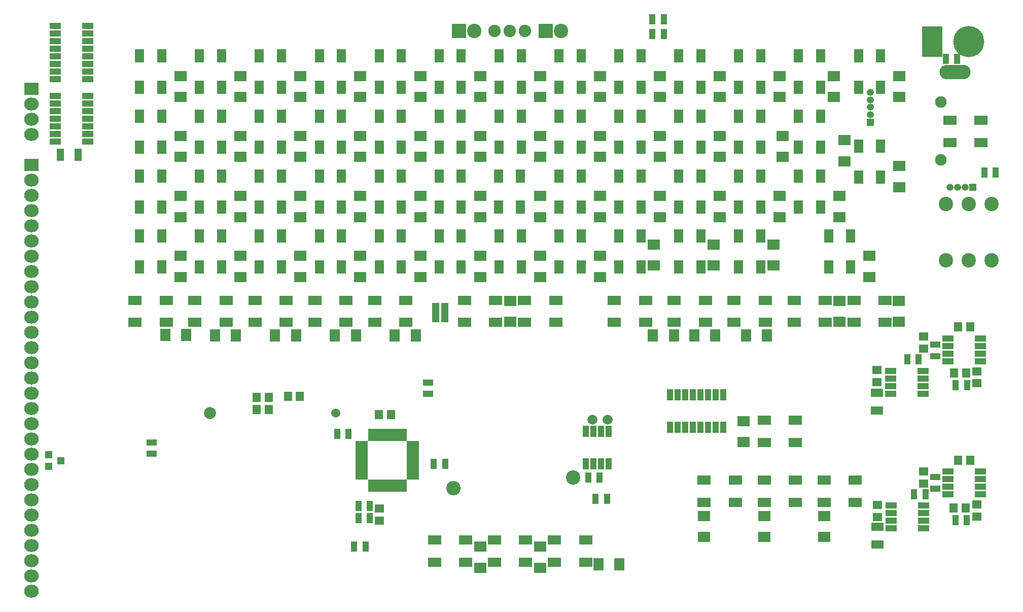
<source format=gbr>
G04 #@! TF.GenerationSoftware,KiCad,Pcbnew,no-vcs-found-2f9be81~58~ubuntu16.04.1*
G04 #@! TF.CreationDate,2017-04-05T21:19:04+02:00*
G04 #@! TF.ProjectId,peripheral-board,7065726970686572616C2D626F617264,rev?*
G04 #@! TF.FileFunction,Soldermask,Top*
G04 #@! TF.FilePolarity,Negative*
%FSLAX46Y46*%
G04 Gerber Fmt 4.6, Leading zero omitted, Abs format (unit mm)*
G04 Created by KiCad (PCBNEW no-vcs-found-2f9be81~58~ubuntu16.04.1) date Wed Apr  5 21:19:04 2017*
%MOMM*%
%LPD*%
G01*
G04 APERTURE LIST*
%ADD10C,0.100000*%
%ADD11R,1.200000X1.200000*%
%ADD12O,1.200000X1.200000*%
%ADD13R,1.300000X2.100000*%
%ADD14R,1.650000X1.400000*%
%ADD15R,1.400000X1.650000*%
%ADD16R,2.000000X1.400000*%
%ADD17R,1.100000X1.700000*%
%ADD18R,2.100000X1.700000*%
%ADD19R,1.700000X2.100000*%
%ADD20R,1.700000X1.100000*%
%ADD21C,1.670000*%
%ADD22C,2.400000*%
%ADD23R,2.400000X2.400000*%
%ADD24C,2.076400*%
%ADD25R,1.200100X1.200100*%
%ADD26R,1.162000X0.831800*%
%ADD27C,1.950000*%
%ADD28R,2.000000X0.950000*%
%ADD29R,0.950000X2.000000*%
%ADD30R,1.950000X1.000000*%
%ADD31C,1.500000*%
%ADD32C,2.000000*%
%ADD33O,5.200000X2.400000*%
%ADD34R,3.400000X5.200000*%
%ADD35C,5.200000*%
%ADD36R,1.000000X1.950000*%
%ADD37R,2.200000X1.500000*%
%ADD38R,2.432000X2.127200*%
%ADD39O,2.432000X2.127200*%
%ADD40R,1.900000X1.000000*%
%ADD41R,1.000000X1.900000*%
%ADD42R,1.500000X2.200000*%
G04 APERTURE END LIST*
D10*
D11*
X142600000Y81550000D03*
D12*
X142600000Y82800000D03*
X142600000Y84050000D03*
X142600000Y85300000D03*
X142600000Y86550000D03*
D11*
X159700000Y70700000D03*
D12*
X158450000Y70700000D03*
X157200000Y70700000D03*
X155950000Y70700000D03*
D13*
X10350000Y76100000D03*
X7450000Y76100000D03*
D14*
X60700000Y17100000D03*
X60700000Y15100000D03*
D15*
X60600000Y32800000D03*
X62600000Y32800000D03*
D16*
X143800000Y14100000D03*
X143800000Y11100000D03*
X143700000Y33450000D03*
X143700000Y36450000D03*
D17*
X57200000Y17500000D03*
X59100000Y17500000D03*
X59100000Y15500000D03*
X57200000Y15500000D03*
X69750000Y24600000D03*
X71650000Y24600000D03*
D18*
X136500000Y85750000D03*
X136500000Y89250000D03*
X127500000Y89250000D03*
X127500000Y85750000D03*
X117500000Y85750000D03*
X117500000Y89250000D03*
X107500000Y89250000D03*
X107500000Y85750000D03*
X97500000Y85750000D03*
X97500000Y89250000D03*
X87500000Y89250000D03*
X87500000Y85750000D03*
X77500000Y85750000D03*
X77500000Y89250000D03*
X67500000Y89250000D03*
X67500000Y85750000D03*
X57500000Y85750000D03*
X57500000Y89250000D03*
X47500000Y89250000D03*
X47500000Y85750000D03*
X147500000Y85750000D03*
X147500000Y89250000D03*
X27500000Y89250000D03*
X27500000Y85750000D03*
X37500000Y55750000D03*
X37500000Y59250000D03*
D19*
X100750000Y7800000D03*
X97250000Y7800000D03*
D18*
X126500000Y57650000D03*
X126500000Y61150000D03*
X142500000Y59250000D03*
X142500000Y55750000D03*
X37500000Y85750000D03*
X37500000Y89250000D03*
X137500000Y51750000D03*
X137500000Y48250000D03*
X138300000Y75050000D03*
X138300000Y78550000D03*
X121500000Y31700000D03*
X121500000Y28200000D03*
X77500000Y7250000D03*
X77500000Y10750000D03*
X27500000Y79250000D03*
X27500000Y75750000D03*
X37500000Y75750000D03*
X37500000Y79250000D03*
X47500000Y79250000D03*
X47500000Y75750000D03*
X57500000Y75750000D03*
X57500000Y79250000D03*
X128000000Y79250000D03*
X128000000Y75750000D03*
X77500000Y75750000D03*
X77500000Y79250000D03*
X87500000Y79250000D03*
X87500000Y75750000D03*
X97500000Y75750000D03*
X97500000Y79250000D03*
X107500000Y79250000D03*
X107500000Y75750000D03*
X117500000Y75750000D03*
X117500000Y79250000D03*
D19*
X53250000Y46000000D03*
X56750000Y46000000D03*
X66750000Y46000000D03*
X63250000Y46000000D03*
X121850000Y46000000D03*
X125350000Y46000000D03*
D18*
X67500000Y75750000D03*
X67500000Y79250000D03*
X87500000Y10750000D03*
X87500000Y7250000D03*
X27500000Y65750000D03*
X27500000Y69250000D03*
X37500000Y69250000D03*
X37500000Y65750000D03*
X47500000Y65750000D03*
X47500000Y69250000D03*
X57500000Y69250000D03*
X57500000Y65750000D03*
X67500000Y65750000D03*
X67500000Y69250000D03*
X77500000Y69250000D03*
X77500000Y65750000D03*
X114900000Y15850000D03*
X114900000Y12350000D03*
X97500000Y69250000D03*
X97500000Y65750000D03*
X107500000Y65750000D03*
X107500000Y69250000D03*
X117500000Y69250000D03*
X117500000Y65750000D03*
X127500000Y65750000D03*
X127500000Y69250000D03*
X137500000Y69250000D03*
X137500000Y65750000D03*
X147400000Y48250000D03*
X147400000Y51750000D03*
D19*
X106350000Y46000000D03*
X109850000Y46000000D03*
D18*
X124900000Y15850000D03*
X124900000Y12350000D03*
X87500000Y69250000D03*
X87500000Y65750000D03*
D19*
X46750000Y46000000D03*
X43250000Y46000000D03*
X33250000Y46000000D03*
X36750000Y46000000D03*
D18*
X134900000Y15850000D03*
X134900000Y12350000D03*
D19*
X24950000Y46100000D03*
X28450000Y46100000D03*
D18*
X27500000Y55750000D03*
X27500000Y59250000D03*
D19*
X113250000Y46000000D03*
X116750000Y46000000D03*
D18*
X47500000Y55750000D03*
X47500000Y59250000D03*
X57500000Y59250000D03*
X57500000Y55750000D03*
X67500000Y55750000D03*
X67500000Y59250000D03*
X77500000Y59250000D03*
X77500000Y55750000D03*
X87500000Y55750000D03*
X87500000Y59250000D03*
X97500000Y59250000D03*
X97500000Y55750000D03*
X106500000Y57650000D03*
X106500000Y61150000D03*
X116500000Y61150000D03*
X116500000Y57650000D03*
X82500000Y51750000D03*
X82500000Y48250000D03*
X147500000Y70750000D03*
X147500000Y74250000D03*
D20*
X68800000Y38150000D03*
X68800000Y36250000D03*
D21*
X96230000Y31970000D03*
X98770000Y31970000D03*
D22*
X91000000Y96800000D03*
D23*
X88460000Y96800000D03*
X74000000Y96800000D03*
D22*
X76540000Y96800000D03*
D24*
X79920000Y96800000D03*
X82460000Y96800000D03*
X85000000Y96800000D03*
D25*
X5499240Y26050000D03*
X5499240Y24150000D03*
X7498220Y25100000D03*
D14*
X143700000Y40200000D03*
X143700000Y38200000D03*
X143800000Y15700000D03*
X143800000Y17700000D03*
D17*
X56450000Y10800000D03*
X58350000Y10800000D03*
D20*
X22700000Y26250000D03*
X22700000Y28150000D03*
D26*
X70038000Y48601120D03*
X70038000Y50998880D03*
X71562000Y50998880D03*
X71562000Y48601120D03*
X70038000Y50198780D03*
X71562000Y50198780D03*
X70038000Y49401220D03*
X71562000Y49401220D03*
D27*
X154400000Y75300000D03*
X154400000Y84900000D03*
D28*
X66250000Y27950000D03*
X66250000Y27150000D03*
X66250000Y26350000D03*
X66250000Y25550000D03*
X66250000Y24750000D03*
X66250000Y23950000D03*
X66250000Y23150000D03*
X66250000Y22350000D03*
D29*
X64800000Y20900000D03*
X64000000Y20900000D03*
X63200000Y20900000D03*
X62400000Y20900000D03*
X61600000Y20900000D03*
X60800000Y20900000D03*
X60000000Y20900000D03*
X59200000Y20900000D03*
D28*
X57750000Y22350000D03*
X57750000Y23150000D03*
X57750000Y23950000D03*
X57750000Y24750000D03*
X57750000Y25550000D03*
X57750000Y26350000D03*
X57750000Y27150000D03*
X57750000Y27950000D03*
D29*
X59200000Y29400000D03*
X60000000Y29400000D03*
X60800000Y29400000D03*
X61600000Y29400000D03*
X62400000Y29400000D03*
X63200000Y29400000D03*
X64000000Y29400000D03*
X64800000Y29400000D03*
D17*
X106250000Y96300000D03*
X108150000Y96300000D03*
X108150000Y98700000D03*
X106250000Y98700000D03*
X155250000Y92100000D03*
X157150000Y92100000D03*
D15*
X157300000Y47400000D03*
X159300000Y47400000D03*
X156600000Y39700000D03*
X158600000Y39700000D03*
D14*
X151500000Y21300000D03*
X151500000Y23300000D03*
X160450000Y40000000D03*
X160450000Y38000000D03*
X151500000Y45800000D03*
X151500000Y43800000D03*
D15*
X158550000Y17200000D03*
X156550000Y17200000D03*
X159300000Y25200000D03*
X157300000Y25200000D03*
D14*
X160400000Y15800000D03*
X160400000Y17800000D03*
D15*
X42200000Y33600000D03*
X40200000Y33600000D03*
X45400000Y35800000D03*
X47400000Y35800000D03*
X42200000Y35700000D03*
X40200000Y35700000D03*
D30*
X161000000Y23300000D03*
X161000000Y22030000D03*
X161000000Y20760000D03*
X161000000Y19490000D03*
X155600000Y19490000D03*
X155600000Y20760000D03*
X155600000Y22030000D03*
X155600000Y23300000D03*
X151400000Y40100000D03*
X151400000Y38830000D03*
X151400000Y37560000D03*
X151400000Y36290000D03*
X146000000Y36290000D03*
X146000000Y37560000D03*
X146000000Y38830000D03*
X146000000Y40100000D03*
X161000000Y45505000D03*
X161000000Y44235000D03*
X161000000Y42965000D03*
X161000000Y41695000D03*
X155600000Y41695000D03*
X155600000Y42965000D03*
X155600000Y44235000D03*
X155600000Y45505000D03*
X146100000Y17605000D03*
X146100000Y16335000D03*
X146100000Y15065000D03*
X146100000Y13795000D03*
X151500000Y13795000D03*
X151500000Y15065000D03*
X151500000Y16335000D03*
X151500000Y17605000D03*
D17*
X55550000Y29600000D03*
X53650000Y29600000D03*
X148800000Y42000000D03*
X150700000Y42000000D03*
X149950000Y19500000D03*
X151850000Y19500000D03*
X156850000Y15200000D03*
X158750000Y15200000D03*
X158800000Y37700000D03*
X156900000Y37700000D03*
D20*
X153500000Y22350000D03*
X153500000Y20450000D03*
D17*
X163550000Y73200000D03*
X161650000Y73200000D03*
D20*
X153500000Y44450000D03*
X153500000Y42550000D03*
D22*
X162850000Y67900000D03*
X159050000Y67900000D03*
X155250000Y67900000D03*
X162850000Y58500000D03*
X159050000Y58500000D03*
X155250000Y58500000D03*
D31*
X53400000Y33050000D03*
D32*
X32400000Y33050000D03*
D33*
X156810000Y89920000D03*
D34*
X153000000Y95000000D03*
D35*
X159100000Y95000000D03*
D36*
X98905000Y24600000D03*
X97635000Y24600000D03*
X96365000Y24600000D03*
X95095000Y24600000D03*
X95095000Y30000000D03*
X96365000Y30000000D03*
X97635000Y30000000D03*
X98905000Y30000000D03*
D17*
X98650000Y18700000D03*
X96750000Y18700000D03*
X95550000Y22300000D03*
X97450000Y22300000D03*
D37*
X155900000Y78150000D03*
X155900000Y81850000D03*
X161100000Y78150000D03*
X161100000Y81850000D03*
D22*
X93000000Y22250000D03*
X73000000Y20500000D03*
D37*
X84900000Y48150000D03*
X84900000Y51850000D03*
X90100000Y48150000D03*
X90100000Y51850000D03*
D38*
X2630000Y87160000D03*
D39*
X2630000Y84620000D03*
X2630000Y82080000D03*
X2630000Y79540000D03*
D38*
X2630000Y74460000D03*
D39*
X2630000Y71920000D03*
X2630000Y69380000D03*
X2630000Y66840000D03*
X2630000Y64300000D03*
X2630000Y61760000D03*
X2630000Y59220000D03*
X2630000Y56680000D03*
X2630000Y54140000D03*
X2630000Y51600000D03*
X2630000Y49060000D03*
X2630000Y46520000D03*
X2630000Y43980000D03*
X2630000Y41440000D03*
X2630000Y38900000D03*
X2630000Y36360000D03*
X2630000Y33820000D03*
X2630000Y31280000D03*
X2630000Y28740000D03*
X2630000Y26200000D03*
X2630000Y23660000D03*
X2630000Y21120000D03*
X2630000Y18580000D03*
X2630000Y16040000D03*
X2630000Y13500000D03*
X2630000Y10960000D03*
X2630000Y8420000D03*
X2630000Y5880000D03*
X2630000Y3340000D03*
D40*
X6600000Y85950000D03*
X6600000Y84680000D03*
X6600000Y83410000D03*
X6600000Y82140000D03*
X6600000Y80870000D03*
X6600000Y79600000D03*
X6600000Y78330000D03*
X12000000Y78330000D03*
X12000000Y79600000D03*
X12000000Y80870000D03*
X12000000Y82140000D03*
X12000000Y83410000D03*
X12000000Y84680000D03*
X12000000Y85950000D03*
D41*
X118120000Y30700000D03*
X116850000Y30700000D03*
X115580000Y30700000D03*
X114310000Y30700000D03*
X113040000Y30700000D03*
X111770000Y30700000D03*
X110500000Y30700000D03*
X109230000Y30700000D03*
X109230000Y36100000D03*
X110500000Y36100000D03*
X111770000Y36100000D03*
X113040000Y36100000D03*
X114310000Y36100000D03*
X115580000Y36100000D03*
X116850000Y36100000D03*
X118120000Y36100000D03*
D40*
X12000000Y88755000D03*
X12000000Y90025000D03*
X12000000Y91295000D03*
X12000000Y92565000D03*
X12000000Y93835000D03*
X12000000Y95105000D03*
X12000000Y96375000D03*
X12000000Y97645000D03*
X6600000Y97645000D03*
X6600000Y96375000D03*
X6600000Y95105000D03*
X6600000Y93835000D03*
X6600000Y92565000D03*
X6600000Y91295000D03*
X6600000Y90025000D03*
X6600000Y88755000D03*
D42*
X20650000Y92600000D03*
X24350000Y92600000D03*
X20650000Y87400000D03*
X24350000Y87400000D03*
X34350000Y87400000D03*
X30650000Y87400000D03*
X34350000Y92600000D03*
X30650000Y92600000D03*
X40650000Y92600000D03*
X44350000Y92600000D03*
X40650000Y87400000D03*
X44350000Y87400000D03*
X54350000Y87400000D03*
X50650000Y87400000D03*
X54350000Y92600000D03*
X50650000Y92600000D03*
X60650000Y92600000D03*
X64350000Y92600000D03*
X60650000Y87400000D03*
X64350000Y87400000D03*
X74350000Y87400000D03*
X70650000Y87400000D03*
X74350000Y92600000D03*
X70650000Y92600000D03*
X80650000Y92600000D03*
X84350000Y92600000D03*
X80650000Y87400000D03*
X84350000Y87400000D03*
X104350000Y87400000D03*
X100650000Y87400000D03*
X104350000Y92600000D03*
X100650000Y92600000D03*
X20650000Y72600000D03*
X24350000Y72600000D03*
X20650000Y67400000D03*
X24350000Y67400000D03*
X114350000Y87400000D03*
X110650000Y87400000D03*
X114350000Y92600000D03*
X110650000Y92600000D03*
X120650000Y92600000D03*
X124350000Y92600000D03*
X120650000Y87400000D03*
X124350000Y87400000D03*
X134350000Y87400000D03*
X130650000Y87400000D03*
X134350000Y92600000D03*
X130650000Y92600000D03*
X140650000Y92600000D03*
X144350000Y92600000D03*
X140650000Y87400000D03*
X144350000Y87400000D03*
D37*
X119900000Y48150000D03*
X119900000Y51850000D03*
X125100000Y48150000D03*
X125100000Y51850000D03*
X65100000Y51850000D03*
X65100000Y48150000D03*
X59900000Y51850000D03*
X59900000Y48150000D03*
D42*
X94350000Y87400000D03*
X90650000Y87400000D03*
X94350000Y92600000D03*
X90650000Y92600000D03*
D37*
X130100000Y31850000D03*
X130100000Y28150000D03*
X124900000Y31850000D03*
X124900000Y28150000D03*
D42*
X34350000Y77400000D03*
X30650000Y77400000D03*
X34350000Y82600000D03*
X30650000Y82600000D03*
X40650000Y82600000D03*
X44350000Y82600000D03*
X40650000Y77400000D03*
X44350000Y77400000D03*
X54350000Y77400000D03*
X50650000Y77400000D03*
X54350000Y82600000D03*
X50650000Y82600000D03*
X60650000Y82600000D03*
X64350000Y82600000D03*
X60650000Y77400000D03*
X64350000Y77400000D03*
X74350000Y77400000D03*
X70650000Y77400000D03*
X74350000Y82600000D03*
X70650000Y82600000D03*
X80650000Y82600000D03*
X84350000Y82600000D03*
X80650000Y77400000D03*
X84350000Y77400000D03*
D37*
X114900000Y18150000D03*
X114900000Y21850000D03*
X120100000Y18150000D03*
X120100000Y21850000D03*
X95100000Y11850000D03*
X95100000Y8150000D03*
X89900000Y11850000D03*
X89900000Y8150000D03*
D42*
X114350000Y77400000D03*
X110650000Y77400000D03*
X114350000Y82600000D03*
X110650000Y82600000D03*
X120650000Y82600000D03*
X124350000Y82600000D03*
X120650000Y77400000D03*
X124350000Y77400000D03*
X134350000Y77400000D03*
X130650000Y77400000D03*
X134350000Y82600000D03*
X130650000Y82600000D03*
X140650000Y77600000D03*
X144350000Y77600000D03*
X140650000Y72400000D03*
X144350000Y72400000D03*
D37*
X109900000Y48150000D03*
X109900000Y51850000D03*
X115100000Y48150000D03*
X115100000Y51850000D03*
X55100000Y51850000D03*
X55100000Y48150000D03*
X49900000Y51850000D03*
X49900000Y48150000D03*
X79900000Y8150000D03*
X79900000Y11850000D03*
X85100000Y8150000D03*
X85100000Y11850000D03*
D42*
X90650000Y82600000D03*
X94350000Y82600000D03*
X90650000Y77400000D03*
X94350000Y77400000D03*
X44350000Y67400000D03*
X40650000Y67400000D03*
X44350000Y72600000D03*
X40650000Y72600000D03*
X50650000Y72600000D03*
X54350000Y72600000D03*
X50650000Y67400000D03*
X54350000Y67400000D03*
X64350000Y67400000D03*
X60650000Y67400000D03*
X64350000Y72600000D03*
X60650000Y72600000D03*
X70650000Y72600000D03*
X74350000Y72600000D03*
X70650000Y67400000D03*
X74350000Y67400000D03*
X84250000Y67400000D03*
X80550000Y67400000D03*
X84250000Y72600000D03*
X80550000Y72600000D03*
X90650000Y72600000D03*
X94350000Y72600000D03*
X90650000Y67400000D03*
X94350000Y67400000D03*
X104350000Y67400000D03*
X100650000Y67400000D03*
X104350000Y72600000D03*
X100650000Y72600000D03*
X20650000Y82600000D03*
X24350000Y82600000D03*
X20650000Y77400000D03*
X24350000Y77400000D03*
X124350000Y67400000D03*
X120650000Y67400000D03*
X124350000Y72600000D03*
X120650000Y72600000D03*
X130650000Y72600000D03*
X134350000Y72600000D03*
X130650000Y67400000D03*
X134350000Y67400000D03*
D37*
X139900000Y48150000D03*
X139900000Y51850000D03*
X145100000Y48150000D03*
X145100000Y51850000D03*
X105100000Y51850000D03*
X105100000Y48150000D03*
X99900000Y51850000D03*
X99900000Y48150000D03*
X39900000Y48150000D03*
X39900000Y51850000D03*
X45100000Y48150000D03*
X45100000Y51850000D03*
X130100000Y21850000D03*
X130100000Y18150000D03*
X124900000Y21850000D03*
X124900000Y18150000D03*
D42*
X24350000Y57400000D03*
X20650000Y57400000D03*
X24350000Y62600000D03*
X20650000Y62600000D03*
X100650000Y82600000D03*
X104350000Y82600000D03*
X100650000Y77400000D03*
X104350000Y77400000D03*
X114350000Y67400000D03*
X110650000Y67400000D03*
X114350000Y72600000D03*
X110650000Y72600000D03*
X110650000Y62600000D03*
X114350000Y62600000D03*
X110650000Y57400000D03*
X114350000Y57400000D03*
X34350000Y57400000D03*
X30650000Y57400000D03*
X34350000Y62600000D03*
X30650000Y62600000D03*
X40650000Y62600000D03*
X44350000Y62600000D03*
X40650000Y57400000D03*
X44350000Y57400000D03*
X54350000Y57400000D03*
X50650000Y57400000D03*
X54350000Y62600000D03*
X50650000Y62600000D03*
X60650000Y62600000D03*
X64350000Y62600000D03*
X60650000Y57400000D03*
X64350000Y57400000D03*
X74350000Y57400000D03*
X70650000Y57400000D03*
X74350000Y62600000D03*
X70650000Y62600000D03*
X80650000Y62600000D03*
X84350000Y62600000D03*
X80650000Y57400000D03*
X84350000Y57400000D03*
X94350000Y57400000D03*
X90650000Y57400000D03*
X94350000Y62600000D03*
X90650000Y62600000D03*
D37*
X75100000Y11850000D03*
X75100000Y8150000D03*
X69900000Y11850000D03*
X69900000Y8150000D03*
D42*
X34350000Y67400000D03*
X30650000Y67400000D03*
X34350000Y72600000D03*
X30650000Y72600000D03*
X120650000Y62600000D03*
X124350000Y62600000D03*
X120650000Y57400000D03*
X124350000Y57400000D03*
X139350000Y57400000D03*
X135650000Y57400000D03*
X139350000Y62600000D03*
X135650000Y62600000D03*
D37*
X135100000Y51850000D03*
X135100000Y48150000D03*
X129900000Y51850000D03*
X129900000Y48150000D03*
X74900000Y48150000D03*
X74900000Y51850000D03*
X80100000Y48150000D03*
X80100000Y51850000D03*
X35100000Y51850000D03*
X35100000Y48150000D03*
X29900000Y51850000D03*
X29900000Y48150000D03*
X134900000Y18150000D03*
X134900000Y21850000D03*
X140100000Y18150000D03*
X140100000Y21850000D03*
X25100000Y51850000D03*
X25100000Y48150000D03*
X19900000Y51850000D03*
X19900000Y48150000D03*
D42*
X104350000Y57400000D03*
X100650000Y57400000D03*
X104350000Y62600000D03*
X100650000Y62600000D03*
M02*

</source>
